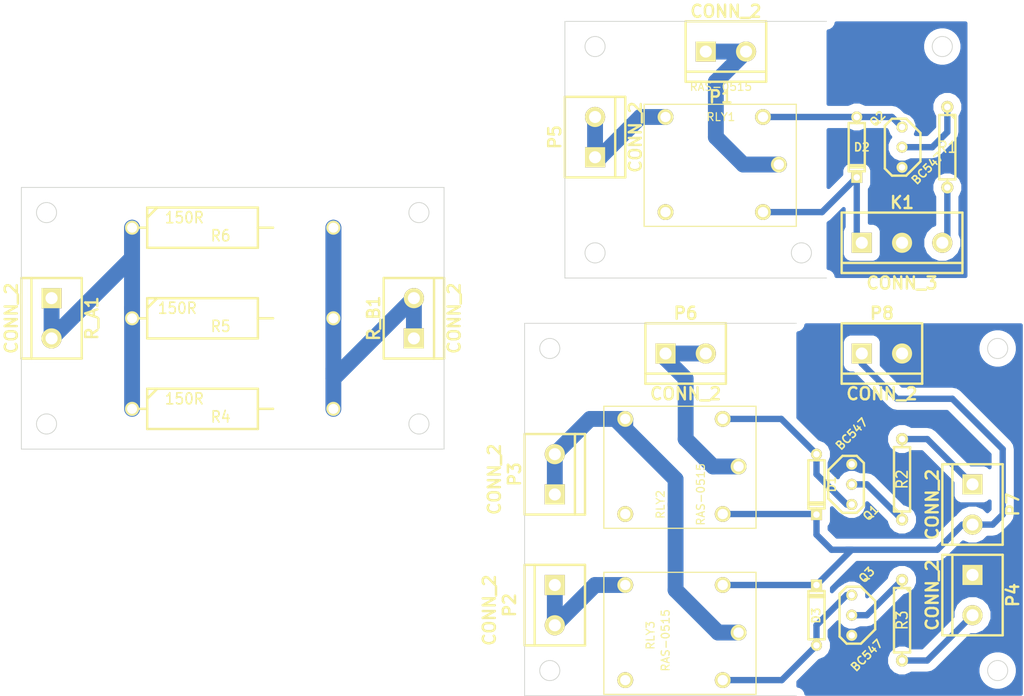
<source format=kicad_pcb>
(kicad_pcb (version 3) (host pcbnew "(2013-jul-07)-stable")

  (general
    (links 45)
    (no_connects 3)
    (area 34.5506 52.9656 166.7444 144.145001)
    (thickness 1.6)
    (drawings 22)
    (tracks 89)
    (zones 0)
    (modules 26)
    (nets 18)
  )

  (page A4 portrait)
  (title_block 
    (rev 1.1)
  )

  (layers
    (15 F.Cu signal)
    (0 B.Cu signal)
    (17 F.Adhes user)
    (19 F.Paste user)
    (21 F.SilkS user)
    (23 F.Mask user)
    (28 Edge.Cuts user)
  )

  (setup
    (last_trace_width 2)
    (trace_clearance 2)
    (zone_clearance 1)
    (zone_45_only no)
    (trace_min 0.254)
    (segment_width 0.2)
    (edge_width 0.1)
    (via_size 0.889)
    (via_drill 0.635)
    (via_min_size 0.889)
    (via_min_drill 0.508)
    (uvia_size 0.508)
    (uvia_drill 0.127)
    (uvias_allowed no)
    (uvia_min_size 0.508)
    (uvia_min_drill 0.127)
    (pcb_text_width 0.3)
    (pcb_text_size 1.5 1.5)
    (mod_edge_width 0.15)
    (mod_text_size 1 1)
    (mod_text_width 0.15)
    (pad_size 1.397 1.397)
    (pad_drill 0.8128)
    (pad_to_mask_clearance 0.2)
    (solder_mask_min_width 0.3)
    (aux_axis_origin 0 0)
    (visible_elements FFFFFFBF)
    (pcbplotparams
      (layerselection 10485761)
      (usegerberextensions false)
      (excludeedgelayer false)
      (linewidth 0.150000)
      (plotframeref false)
      (viasonmask false)
      (mode 1)
      (useauxorigin false)
      (hpglpennumber 1)
      (hpglpenspeed 20)
      (hpglpendiameter 15)
      (hpglpenoverlay 2)
      (psnegative false)
      (psa4output false)
      (plotreference true)
      (plotvalue true)
      (plotothertext true)
      (plotinvisibletext false)
      (padsonsilk false)
      (subtractmaskfromsilk false)
      (outputformat 5)
      (mirror false)
      (drillshape 0)
      (scaleselection 1)
      (outputdirectory output/))
  )

  (net 0 "")
  (net 1 /5V)
  (net 2 /EN_1)
  (net 3 /EN_2)
  (net 4 /EN_3)
  (net 5 /HOT)
  (net 6 /HOT_R)
  (net 7 /HOT_SOFT)
  (net 8 /L2)
  (net 9 GND)
  (net 10 N-0000010)
  (net 11 N-0000011)
  (net 12 N-0000012)
  (net 13 N-0000013)
  (net 14 N-0000018)
  (net 15 N-0000019)
  (net 16 N-000002)
  (net 17 N-000004)

  (net_class Default "This is the default net class."
    (clearance 2)
    (trace_width 2)
    (via_dia 0.889)
    (via_drill 0.635)
    (uvia_dia 0.508)
    (uvia_drill 0.127)
    (add_net "")
    (add_net /HOT)
    (add_net /HOT_R)
    (add_net /HOT_SOFT)
    (add_net /L2)
    (add_net N-0000011)
    (add_net N-0000012)
    (add_net N-0000013)
    (add_net N-0000018)
    (add_net N-0000019)
    (add_net N-000002)
    (add_net N-000004)
  )

  (net_class 5V ""
    (clearance 0.8)
    (trace_width 0.8)
    (via_dia 0.889)
    (via_drill 0.635)
    (uvia_dia 0.508)
    (uvia_drill 0.127)
    (add_net /5V)
    (add_net /EN_1)
    (add_net /EN_2)
    (add_net /EN_3)
    (add_net GND)
    (add_net N-0000010)
  )

  (module RAS-0515 (layer F.Cu) (tedit 53947180) (tstamp 5394498C)
    (at 120.015 69.215)
    (path /53943E62)
    (fp_text reference RLY1 (at 6.985 0) (layer F.SilkS)
      (effects (font (size 1 1) (thickness 0.15)))
    )
    (fp_text value RAS-0515 (at 6.985 -3.81) (layer F.SilkS)
      (effects (font (size 1 1) (thickness 0.15)))
    )
    (fp_line (start -2.7 -1.6) (end -2.7 13.8) (layer F.SilkS) (width 0.15))
    (fp_line (start -2.7 13.8) (end 16.5 13.8) (layer F.SilkS) (width 0.15))
    (fp_line (start -2.7 -1.6) (end 16.5 -1.6) (layer F.SilkS) (width 0.15))
    (fp_line (start 16.5 -1.6) (end 16.5 13.8) (layer F.SilkS) (width 0.15))
    (pad 4 thru_hole circle (at 0 12) (size 2 2) (drill 1.3)
      (layers *.Cu *.Mask F.SilkS)
    )
    (pad 5 thru_hole circle (at 12.3 12) (size 2 2) (drill 1.3)
      (layers *.Cu *.Mask F.SilkS)
      (net 1 /5V)
    )
    (pad 3 thru_hole circle (at 0 0) (size 2 2) (drill 1.3)
      (layers *.Cu *.Mask F.SilkS)
      (net 8 /L2)
    )
    (pad 1 thru_hole circle (at 14.3 6) (size 2 2) (drill 1.3)
      (layers *.Cu *.Mask F.SilkS)
      (net 5 /HOT)
    )
    (pad 2 thru_hole circle (at 12.3 0) (size 2 2) (drill 1.3)
      (layers *.Cu *.Mask F.SilkS)
      (net 10 N-0000010)
    )
  )

  (module R4 (layer F.Cu) (tedit 53FC9391) (tstamp 53944140)
    (at 155.575 73.025 270)
    (descr "Resitance 4 pas")
    (tags R)
    (path /53944164)
    (autoplace_cost180 10)
    (fp_text reference R1 (at 0 0 360) (layer F.SilkS)
      (effects (font (size 1.397 1.27) (thickness 0.2032)))
    )
    (fp_text value R (at 0 0 270) (layer F.SilkS) hide
      (effects (font (size 1.397 1.27) (thickness 0.2032)))
    )
    (fp_line (start -5.08 0) (end -4.064 0) (layer F.SilkS) (width 0.3048))
    (fp_line (start -4.064 0) (end -4.064 -1.016) (layer F.SilkS) (width 0.3048))
    (fp_line (start -4.064 -1.016) (end 4.064 -1.016) (layer F.SilkS) (width 0.3048))
    (fp_line (start 4.064 -1.016) (end 4.064 1.016) (layer F.SilkS) (width 0.3048))
    (fp_line (start 4.064 1.016) (end -4.064 1.016) (layer F.SilkS) (width 0.3048))
    (fp_line (start -4.064 1.016) (end -4.064 0) (layer F.SilkS) (width 0.3048))
    (fp_line (start -4.064 -0.508) (end -3.556 -1.016) (layer F.SilkS) (width 0.3048))
    (fp_line (start 5.08 0) (end 4.064 0) (layer F.SilkS) (width 0.3048))
    (pad 1 thru_hole circle (at -5.08 0 270) (size 1.524 1.524) (drill 0.8128)
      (layers *.Cu *.Mask F.SilkS)
      (net 11 N-0000011)
    )
    (pad 2 thru_hole circle (at 5.08 0 270) (size 1.524 1.524) (drill 0.8128)
      (layers *.Cu *.Mask F.SilkS)
      (net 2 /EN_1)
    )
    (model discret/resistor.wrl
      (at (xyz 0 0 0))
      (scale (xyz 0.4 0.4 0.4))
      (rotate (xyz 0 0 0))
    )
  )

  (module R4 (layer F.Cu) (tedit 53FC8940) (tstamp 5394414E)
    (at 149.86 114.935 90)
    (descr "Resitance 4 pas")
    (tags R)
    (path /53944171)
    (autoplace_cost180 10)
    (fp_text reference R2 (at 0 0 90) (layer F.SilkS)
      (effects (font (size 1.397 1.27) (thickness 0.2032)))
    )
    (fp_text value R (at 0 0 90) (layer F.SilkS) hide
      (effects (font (size 1.397 1.27) (thickness 0.2032)))
    )
    (fp_line (start -5.08 0) (end -4.064 0) (layer F.SilkS) (width 0.3048))
    (fp_line (start -4.064 0) (end -4.064 -1.016) (layer F.SilkS) (width 0.3048))
    (fp_line (start -4.064 -1.016) (end 4.064 -1.016) (layer F.SilkS) (width 0.3048))
    (fp_line (start 4.064 -1.016) (end 4.064 1.016) (layer F.SilkS) (width 0.3048))
    (fp_line (start 4.064 1.016) (end -4.064 1.016) (layer F.SilkS) (width 0.3048))
    (fp_line (start -4.064 1.016) (end -4.064 0) (layer F.SilkS) (width 0.3048))
    (fp_line (start -4.064 -0.508) (end -3.556 -1.016) (layer F.SilkS) (width 0.3048))
    (fp_line (start 5.08 0) (end 4.064 0) (layer F.SilkS) (width 0.3048))
    (pad 1 thru_hole circle (at -5.08 0 90) (size 1.524 1.524) (drill 0.8128)
      (layers *.Cu *.Mask F.SilkS)
      (net 16 N-000002)
    )
    (pad 2 thru_hole circle (at 5.08 0 90) (size 1.524 1.524) (drill 0.8128)
      (layers *.Cu *.Mask F.SilkS)
      (net 3 /EN_2)
    )
    (model discret/resistor.wrl
      (at (xyz 0 0 0))
      (scale (xyz 0.4 0.4 0.4))
      (rotate (xyz 0 0 0))
    )
  )

  (module D3 (layer F.Cu) (tedit 53FC936F) (tstamp 5394416A)
    (at 144.145 73.025 270)
    (descr "Diode 3 pas")
    (tags "DIODE DEV")
    (path /53943E9A)
    (fp_text reference D2 (at 0 -0.635 360) (layer F.SilkS)
      (effects (font (size 1.016 1.016) (thickness 0.2032)))
    )
    (fp_text value DIODE (at 0 0 270) (layer F.SilkS) hide
      (effects (font (size 1.016 1.016) (thickness 0.2032)))
    )
    (fp_line (start 3.81 0) (end 3.048 0) (layer F.SilkS) (width 0.3048))
    (fp_line (start 3.048 0) (end 3.048 -1.016) (layer F.SilkS) (width 0.3048))
    (fp_line (start 3.048 -1.016) (end -3.048 -1.016) (layer F.SilkS) (width 0.3048))
    (fp_line (start -3.048 -1.016) (end -3.048 0) (layer F.SilkS) (width 0.3048))
    (fp_line (start -3.048 0) (end -3.81 0) (layer F.SilkS) (width 0.3048))
    (fp_line (start -3.048 0) (end -3.048 1.016) (layer F.SilkS) (width 0.3048))
    (fp_line (start -3.048 1.016) (end 3.048 1.016) (layer F.SilkS) (width 0.3048))
    (fp_line (start 3.048 1.016) (end 3.048 0) (layer F.SilkS) (width 0.3048))
    (fp_line (start 2.54 -1.016) (end 2.54 1.016) (layer F.SilkS) (width 0.3048))
    (fp_line (start 2.286 1.016) (end 2.286 -1.016) (layer F.SilkS) (width 0.3048))
    (pad 2 thru_hole rect (at 3.81 0 270) (size 1.397 1.397) (drill 0.8128)
      (layers *.Cu *.Mask F.SilkS)
      (net 1 /5V)
    )
    (pad 1 thru_hole circle (at -3.81 0 270) (size 1.397 1.397) (drill 0.8128)
      (layers *.Cu *.Mask F.SilkS)
      (net 10 N-0000010)
    )
    (model discret/diode.wrl
      (at (xyz 0 0 0))
      (scale (xyz 0.3 0.3 0.3))
      (rotate (xyz 0 0 0))
    )
  )

  (module D3 (layer F.Cu) (tedit 5394481B) (tstamp 5394417A)
    (at 139.065 115.57 270)
    (descr "Diode 3 pas")
    (tags "DIODE DEV")
    (path /53943EA7)
    (fp_text reference D1 (at 0 -1.905 270) (layer F.SilkS)
      (effects (font (size 1.016 1.016) (thickness 0.2032)))
    )
    (fp_text value DIODE (at 0 0 270) (layer F.SilkS) hide
      (effects (font (size 1.016 1.016) (thickness 0.2032)))
    )
    (fp_line (start 3.81 0) (end 3.048 0) (layer F.SilkS) (width 0.3048))
    (fp_line (start 3.048 0) (end 3.048 -1.016) (layer F.SilkS) (width 0.3048))
    (fp_line (start 3.048 -1.016) (end -3.048 -1.016) (layer F.SilkS) (width 0.3048))
    (fp_line (start -3.048 -1.016) (end -3.048 0) (layer F.SilkS) (width 0.3048))
    (fp_line (start -3.048 0) (end -3.81 0) (layer F.SilkS) (width 0.3048))
    (fp_line (start -3.048 0) (end -3.048 1.016) (layer F.SilkS) (width 0.3048))
    (fp_line (start -3.048 1.016) (end 3.048 1.016) (layer F.SilkS) (width 0.3048))
    (fp_line (start 3.048 1.016) (end 3.048 0) (layer F.SilkS) (width 0.3048))
    (fp_line (start 2.54 -1.016) (end 2.54 1.016) (layer F.SilkS) (width 0.3048))
    (fp_line (start 2.286 1.016) (end 2.286 -1.016) (layer F.SilkS) (width 0.3048))
    (pad 2 thru_hole rect (at 3.81 0 270) (size 1.397 1.397) (drill 0.8128)
      (layers *.Cu *.Mask F.SilkS)
      (net 1 /5V)
    )
    (pad 1 thru_hole circle (at -3.81 0 270) (size 1.397 1.397) (drill 0.8128)
      (layers *.Cu *.Mask F.SilkS)
      (net 14 N-0000018)
    )
    (model discret/diode.wrl
      (at (xyz 0 0 0))
      (scale (xyz 0.3 0.3 0.3))
      (rotate (xyz 0 0 0))
    )
  )

  (module bornier2 (layer F.Cu) (tedit 5394719C) (tstamp 53944185)
    (at 127.635 60.96)
    (descr "Bornier d'alimentation 2 pins")
    (tags DEV)
    (path /539443E8)
    (fp_text reference P1 (at -0.635 5.715) (layer F.SilkS)
      (effects (font (size 1.524 1.524) (thickness 0.3048)))
    )
    (fp_text value CONN_2 (at 0 -5.08) (layer F.SilkS)
      (effects (font (size 1.524 1.524) (thickness 0.3048)))
    )
    (fp_line (start 5.08 2.54) (end -5.08 2.54) (layer F.SilkS) (width 0.3048))
    (fp_line (start 5.08 3.81) (end 5.08 -3.81) (layer F.SilkS) (width 0.3048))
    (fp_line (start 5.08 -3.81) (end -5.08 -3.81) (layer F.SilkS) (width 0.3048))
    (fp_line (start -5.08 -3.81) (end -5.08 3.81) (layer F.SilkS) (width 0.3048))
    (fp_line (start -5.08 3.81) (end 5.08 3.81) (layer F.SilkS) (width 0.3048))
    (pad 1 thru_hole rect (at -2.54 0) (size 2.54 2.54) (drill 1.524)
      (layers *.Cu *.Mask F.SilkS)
      (net 5 /HOT)
    )
    (pad 2 thru_hole circle (at 2.54 0) (size 2.54 2.54) (drill 1.524)
      (layers *.Cu *.Mask F.SilkS)
      (net 5 /HOT)
    )
    (model device/bornier_2.wrl
      (at (xyz 0 0 0))
      (scale (xyz 1 1 1))
      (rotate (xyz 0 0 0))
    )
  )

  (module bornier2 (layer F.Cu) (tedit 53FC94CD) (tstamp 53944190)
    (at 106.045 130.81 270)
    (descr "Bornier d'alimentation 2 pins")
    (tags DEV)
    (path /53944432)
    (fp_text reference P2 (at 0 5.715 270) (layer F.SilkS)
      (effects (font (size 1.524 1.524) (thickness 0.3048)))
    )
    (fp_text value CONN_2 (at 0.635 8.255 270) (layer F.SilkS)
      (effects (font (size 1.524 1.524) (thickness 0.3048)))
    )
    (fp_line (start 5.08 2.54) (end -5.08 2.54) (layer F.SilkS) (width 0.3048))
    (fp_line (start 5.08 3.81) (end 5.08 -3.81) (layer F.SilkS) (width 0.3048))
    (fp_line (start 5.08 -3.81) (end -5.08 -3.81) (layer F.SilkS) (width 0.3048))
    (fp_line (start -5.08 -3.81) (end -5.08 3.81) (layer F.SilkS) (width 0.3048))
    (fp_line (start -5.08 3.81) (end 5.08 3.81) (layer F.SilkS) (width 0.3048))
    (pad 1 thru_hole rect (at -2.54 0 270) (size 2.54 2.54) (drill 1.524)
      (layers *.Cu *.Mask F.SilkS)
      (net 7 /HOT_SOFT)
    )
    (pad 2 thru_hole circle (at 2.54 0 270) (size 2.54 2.54) (drill 1.524)
      (layers *.Cu *.Mask F.SilkS)
      (net 7 /HOT_SOFT)
    )
    (model device/bornier_2.wrl
      (at (xyz 0 0 0))
      (scale (xyz 1 1 1))
      (rotate (xyz 0 0 0))
    )
  )

  (module bornier2 (layer F.Cu) (tedit 53FC94CB) (tstamp 5394419B)
    (at 106.045 114.3 90)
    (descr "Bornier d'alimentation 2 pins")
    (tags DEV)
    (path /539444AC)
    (fp_text reference P3 (at 0 -5.08 90) (layer F.SilkS)
      (effects (font (size 1.524 1.524) (thickness 0.3048)))
    )
    (fp_text value CONN_2 (at -0.635 -7.62 90) (layer F.SilkS)
      (effects (font (size 1.524 1.524) (thickness 0.3048)))
    )
    (fp_line (start 5.08 2.54) (end -5.08 2.54) (layer F.SilkS) (width 0.3048))
    (fp_line (start 5.08 3.81) (end 5.08 -3.81) (layer F.SilkS) (width 0.3048))
    (fp_line (start 5.08 -3.81) (end -5.08 -3.81) (layer F.SilkS) (width 0.3048))
    (fp_line (start -5.08 -3.81) (end -5.08 3.81) (layer F.SilkS) (width 0.3048))
    (fp_line (start -5.08 3.81) (end 5.08 3.81) (layer F.SilkS) (width 0.3048))
    (pad 1 thru_hole rect (at -2.54 0 90) (size 2.54 2.54) (drill 1.524)
      (layers *.Cu *.Mask F.SilkS)
      (net 6 /HOT_R)
    )
    (pad 2 thru_hole circle (at 2.54 0 90) (size 2.54 2.54) (drill 1.524)
      (layers *.Cu *.Mask F.SilkS)
      (net 6 /HOT_R)
    )
    (model device/bornier_2.wrl
      (at (xyz 0 0 0))
      (scale (xyz 1 1 1))
      (rotate (xyz 0 0 0))
    )
  )

  (module TO92-123 (layer F.Cu) (tedit 53FC94D9) (tstamp 53944123)
    (at 144.145 115.57 45)
    (descr "Transistor TO92 brochage type BC237")
    (tags "TR TO92")
    (path /53943EBF)
    (fp_text reference Q1 (at -1.27 3.81 45) (layer F.SilkS)
      (effects (font (size 1.016 1.016) (thickness 0.2032)))
    )
    (fp_text value BC547 (at 4.041115 -4.939141 45) (layer F.SilkS)
      (effects (font (size 1.016 1.016) (thickness 0.2032)))
    )
    (fp_line (start -1.27 2.54) (end 2.54 -1.27) (layer F.SilkS) (width 0.3048))
    (fp_line (start 2.54 -1.27) (end 2.54 -2.54) (layer F.SilkS) (width 0.3048))
    (fp_line (start 2.54 -2.54) (end 1.27 -3.81) (layer F.SilkS) (width 0.3048))
    (fp_line (start 1.27 -3.81) (end -1.27 -3.81) (layer F.SilkS) (width 0.3048))
    (fp_line (start -1.27 -3.81) (end -3.81 -1.27) (layer F.SilkS) (width 0.3048))
    (fp_line (start -3.81 -1.27) (end -3.81 1.27) (layer F.SilkS) (width 0.3048))
    (fp_line (start -3.81 1.27) (end -2.54 2.54) (layer F.SilkS) (width 0.3048))
    (fp_line (start -2.54 2.54) (end -1.27 2.54) (layer F.SilkS) (width 0.3048))
    (pad 3 thru_hole circle (at 1.347038 -2.245064 45) (size 1.397 1.397) (drill 0.8128)
      (layers *.Cu *.Mask F.SilkS)
      (net 9 GND)
    )
    (pad 2 thru_hole circle (at -0.449013 -0.449013 45) (size 1.397 1.397) (drill 0.8128)
      (layers *.Cu *.Mask F.SilkS)
      (net 16 N-000002)
    )
    (pad 1 thru_hole circle (at -2.245064 1.347038 45) (size 1.397 1.397) (drill 0.8128)
      (layers *.Cu *.Mask F.SilkS)
      (net 14 N-0000018)
    )
    (model discret/to98.wrl
      (at (xyz 0 0 0))
      (scale (xyz 1 1 1))
      (rotate (xyz 0 0 0))
    )
  )

  (module TO92-123 (layer F.Cu) (tedit 53FC92E2) (tstamp 53944132)
    (at 148.59 73.025 225)
    (descr "Transistor TO92 brochage type BC237")
    (tags "TR TO92")
    (path /53943ECC)
    (fp_text reference Q2 (at -1.27 3.81 225) (layer F.SilkS)
      (effects (font (size 1.016 1.016) (thickness 0.2032)))
    )
    (fp_text value BC547 (at -1.27 -5.08 225) (layer F.SilkS)
      (effects (font (size 1.016 1.016) (thickness 0.2032)))
    )
    (fp_line (start -1.27 2.54) (end 2.54 -1.27) (layer F.SilkS) (width 0.3048))
    (fp_line (start 2.54 -1.27) (end 2.54 -2.54) (layer F.SilkS) (width 0.3048))
    (fp_line (start 2.54 -2.54) (end 1.27 -3.81) (layer F.SilkS) (width 0.3048))
    (fp_line (start 1.27 -3.81) (end -1.27 -3.81) (layer F.SilkS) (width 0.3048))
    (fp_line (start -1.27 -3.81) (end -3.81 -1.27) (layer F.SilkS) (width 0.3048))
    (fp_line (start -3.81 -1.27) (end -3.81 1.27) (layer F.SilkS) (width 0.3048))
    (fp_line (start -3.81 1.27) (end -2.54 2.54) (layer F.SilkS) (width 0.3048))
    (fp_line (start -2.54 2.54) (end -1.27 2.54) (layer F.SilkS) (width 0.3048))
    (pad 3 thru_hole circle (at 0.898025 -2.694077 225) (size 1.397 1.397) (drill 0.8128)
      (layers *.Cu *.Mask F.SilkS)
      (net 9 GND)
    )
    (pad 2 thru_hole circle (at -0.898026 -0.898026 225) (size 1.397 1.397) (drill 0.8128)
      (layers *.Cu *.Mask F.SilkS)
      (net 11 N-0000011)
    )
    (pad 1 thru_hole circle (at -2.694077 0.898026 225) (size 1.397 1.397) (drill 0.8128)
      (layers *.Cu *.Mask F.SilkS)
      (net 10 N-0000010)
    )
    (model discret/to98.wrl
      (at (xyz 0 0 0))
      (scale (xyz 1 1 1))
      (rotate (xyz 0 0 0))
    )
  )

  (module RAS-0515 (layer F.Cu) (tedit 53FC94BD) (tstamp 53946F41)
    (at 114.935 107.315)
    (path /53943E92)
    (fp_text reference RLY2 (at 4.445 10.795 90) (layer F.SilkS)
      (effects (font (size 1 1) (thickness 0.15)))
    )
    (fp_text value RAS-0515 (at 9.525 9.525 90) (layer F.SilkS)
      (effects (font (size 1 1) (thickness 0.15)))
    )
    (fp_line (start -2.7 -1.6) (end -2.7 13.8) (layer F.SilkS) (width 0.15))
    (fp_line (start -2.7 13.8) (end 16.5 13.8) (layer F.SilkS) (width 0.15))
    (fp_line (start -2.7 -1.6) (end 16.5 -1.6) (layer F.SilkS) (width 0.15))
    (fp_line (start 16.5 -1.6) (end 16.5 13.8) (layer F.SilkS) (width 0.15))
    (pad 4 thru_hole circle (at 0 12) (size 2 2) (drill 1.3)
      (layers *.Cu *.Mask F.SilkS)
    )
    (pad 5 thru_hole circle (at 12.3 12) (size 2 2) (drill 1.3)
      (layers *.Cu *.Mask F.SilkS)
      (net 1 /5V)
    )
    (pad 3 thru_hole circle (at 0 0) (size 2 2) (drill 1.3)
      (layers *.Cu *.Mask F.SilkS)
      (net 6 /HOT_R)
    )
    (pad 1 thru_hole circle (at 14.3 6) (size 2 2) (drill 1.3)
      (layers *.Cu *.Mask F.SilkS)
      (net 8 /L2)
    )
    (pad 2 thru_hole circle (at 12.3 0) (size 2 2) (drill 1.3)
      (layers *.Cu *.Mask F.SilkS)
      (net 14 N-0000018)
    )
  )

  (module TO92 (layer F.Cu) (tedit 53FC94DE) (tstamp 53FC75C0)
    (at 142.875 132.08 225)
    (descr "Transistor TO92 brochage type BC237")
    (tags "TR TO92")
    (path /53FC730E)
    (fp_text reference Q3 (at -5.388154 1.796051 225) (layer F.SilkS)
      (effects (font (size 1.016 1.016) (thickness 0.2032)))
    )
    (fp_text value BC547 (at 1.796051 -5.388154 225) (layer F.SilkS)
      (effects (font (size 1.016 1.016) (thickness 0.2032)))
    )
    (fp_line (start -1.27 2.54) (end 2.54 -1.27) (layer F.SilkS) (width 0.3048))
    (fp_line (start 2.54 -1.27) (end 2.54 -2.54) (layer F.SilkS) (width 0.3048))
    (fp_line (start 2.54 -2.54) (end 1.27 -3.81) (layer F.SilkS) (width 0.3048))
    (fp_line (start 1.27 -3.81) (end -1.27 -3.81) (layer F.SilkS) (width 0.3048))
    (fp_line (start -1.27 -3.81) (end -3.81 -1.27) (layer F.SilkS) (width 0.3048))
    (fp_line (start -3.81 -1.27) (end -3.81 1.27) (layer F.SilkS) (width 0.3048))
    (fp_line (start -3.81 1.27) (end -2.54 2.54) (layer F.SilkS) (width 0.3048))
    (fp_line (start -2.54 2.54) (end -1.27 2.54) (layer F.SilkS) (width 0.3048))
    (pad 1 thru_hole circle (at -2.245064 1.347038 225) (size 1.397 1.397) (drill 0.8128)
      (layers *.Cu *.Mask F.SilkS)
      (net 15 N-0000019)
    )
    (pad 2 thru_hole circle (at -0.449013 -0.449013 225) (size 1.397 1.397) (drill 0.8128)
      (layers *.Cu *.Mask F.SilkS)
      (net 17 N-000004)
    )
    (pad 3 thru_hole circle (at 1.347039 -2.245064 225) (size 1.397 1.397) (drill 0.8128)
      (layers *.Cu *.Mask F.SilkS)
      (net 9 GND)
    )
    (model discret/to98.wrl
      (at (xyz 0 0 0))
      (scale (xyz 1 1 1))
      (rotate (xyz 0 0 0))
    )
  )

  (module RAS-0515 (layer F.Cu) (tedit 53FC94C1) (tstamp 53FC75CD)
    (at 114.935 128.27)
    (path /53FC72FF)
    (fp_text reference RLY3 (at 3.175 6.35 90) (layer F.SilkS)
      (effects (font (size 1 1) (thickness 0.15)))
    )
    (fp_text value RAS-0515 (at 5.08 6.985 90) (layer F.SilkS)
      (effects (font (size 1 1) (thickness 0.15)))
    )
    (fp_line (start -2.7 -1.6) (end -2.7 13.8) (layer F.SilkS) (width 0.15))
    (fp_line (start -2.7 13.8) (end 16.5 13.8) (layer F.SilkS) (width 0.15))
    (fp_line (start -2.7 -1.6) (end 16.5 -1.6) (layer F.SilkS) (width 0.15))
    (fp_line (start 16.5 -1.6) (end 16.5 13.8) (layer F.SilkS) (width 0.15))
    (pad 4 thru_hole circle (at 0 12) (size 2 2) (drill 1.3)
      (layers *.Cu *.Mask F.SilkS)
    )
    (pad 5 thru_hole circle (at 12.3 12) (size 2 2) (drill 1.3)
      (layers *.Cu *.Mask F.SilkS)
      (net 15 N-0000019)
    )
    (pad 3 thru_hole circle (at 0 0) (size 2 2) (drill 1.3)
      (layers *.Cu *.Mask F.SilkS)
      (net 7 /HOT_SOFT)
    )
    (pad 1 thru_hole circle (at 14.3 6) (size 2 2) (drill 1.3)
      (layers *.Cu *.Mask F.SilkS)
      (net 6 /HOT_R)
    )
    (pad 2 thru_hole circle (at 12.3 0) (size 2 2) (drill 1.3)
      (layers *.Cu *.Mask F.SilkS)
      (net 1 /5V)
    )
  )

  (module R4 (layer F.Cu) (tedit 200000) (tstamp 53FC75DB)
    (at 149.86 132.715 270)
    (descr "Resitance 4 pas")
    (tags R)
    (path /53FC7320)
    (autoplace_cost180 10)
    (fp_text reference R3 (at 0 0 270) (layer F.SilkS)
      (effects (font (size 1.397 1.27) (thickness 0.2032)))
    )
    (fp_text value R (at 0 0 270) (layer F.SilkS) hide
      (effects (font (size 1.397 1.27) (thickness 0.2032)))
    )
    (fp_line (start -5.08 0) (end -4.064 0) (layer F.SilkS) (width 0.3048))
    (fp_line (start -4.064 0) (end -4.064 -1.016) (layer F.SilkS) (width 0.3048))
    (fp_line (start -4.064 -1.016) (end 4.064 -1.016) (layer F.SilkS) (width 0.3048))
    (fp_line (start 4.064 -1.016) (end 4.064 1.016) (layer F.SilkS) (width 0.3048))
    (fp_line (start 4.064 1.016) (end -4.064 1.016) (layer F.SilkS) (width 0.3048))
    (fp_line (start -4.064 1.016) (end -4.064 0) (layer F.SilkS) (width 0.3048))
    (fp_line (start -4.064 -0.508) (end -3.556 -1.016) (layer F.SilkS) (width 0.3048))
    (fp_line (start 5.08 0) (end 4.064 0) (layer F.SilkS) (width 0.3048))
    (pad 1 thru_hole circle (at -5.08 0 270) (size 1.524 1.524) (drill 0.8128)
      (layers *.Cu *.Mask F.SilkS)
      (net 17 N-000004)
    )
    (pad 2 thru_hole circle (at 5.08 0 270) (size 1.524 1.524) (drill 0.8128)
      (layers *.Cu *.Mask F.SilkS)
      (net 4 /EN_3)
    )
    (model discret/resistor.wrl
      (at (xyz 0 0 0))
      (scale (xyz 0.4 0.4 0.4))
      (rotate (xyz 0 0 0))
    )
  )

  (module D3 (layer F.Cu) (tedit 53FC7779) (tstamp 53FC75EB)
    (at 139.065 132.08 90)
    (descr "Diode 3 pas")
    (tags "DIODE DEV")
    (path /53FC7305)
    (fp_text reference D3 (at -0.050001 -0.055001 90) (layer F.SilkS)
      (effects (font (size 1.016 1.016) (thickness 0.2032)))
    )
    (fp_text value DIODE (at 0 0 90) (layer F.SilkS) hide
      (effects (font (size 1.016 1.016) (thickness 0.2032)))
    )
    (fp_line (start 3.81 0) (end 3.048 0) (layer F.SilkS) (width 0.3048))
    (fp_line (start 3.048 0) (end 3.048 -1.016) (layer F.SilkS) (width 0.3048))
    (fp_line (start 3.048 -1.016) (end -3.048 -1.016) (layer F.SilkS) (width 0.3048))
    (fp_line (start -3.048 -1.016) (end -3.048 0) (layer F.SilkS) (width 0.3048))
    (fp_line (start -3.048 0) (end -3.81 0) (layer F.SilkS) (width 0.3048))
    (fp_line (start -3.048 0) (end -3.048 1.016) (layer F.SilkS) (width 0.3048))
    (fp_line (start -3.048 1.016) (end 3.048 1.016) (layer F.SilkS) (width 0.3048))
    (fp_line (start 3.048 1.016) (end 3.048 0) (layer F.SilkS) (width 0.3048))
    (fp_line (start 2.54 -1.016) (end 2.54 1.016) (layer F.SilkS) (width 0.3048))
    (fp_line (start 2.286 1.016) (end 2.286 -1.016) (layer F.SilkS) (width 0.3048))
    (pad 2 thru_hole rect (at 3.81 0 90) (size 1.397 1.397) (drill 0.8128)
      (layers *.Cu *.Mask F.SilkS)
      (net 1 /5V)
    )
    (pad 1 thru_hole circle (at -3.81 0 90) (size 1.397 1.397) (drill 0.8128)
      (layers *.Cu *.Mask F.SilkS)
      (net 15 N-0000019)
    )
    (model discret/diode.wrl
      (at (xyz 0 0 0))
      (scale (xyz 0.3 0.3 0.3))
      (rotate (xyz 0 0 0))
    )
  )

  (module bornier2 (layer F.Cu) (tedit 3EC0ED69) (tstamp 53FC7602)
    (at 111.125 71.755 90)
    (descr "Bornier d'alimentation 2 pins")
    (tags DEV)
    (path /53FC7934)
    (fp_text reference P5 (at 0 -5.08 90) (layer F.SilkS)
      (effects (font (size 1.524 1.524) (thickness 0.3048)))
    )
    (fp_text value CONN_2 (at 0 5.08 90) (layer F.SilkS)
      (effects (font (size 1.524 1.524) (thickness 0.3048)))
    )
    (fp_line (start 5.08 2.54) (end -5.08 2.54) (layer F.SilkS) (width 0.3048))
    (fp_line (start 5.08 3.81) (end 5.08 -3.81) (layer F.SilkS) (width 0.3048))
    (fp_line (start 5.08 -3.81) (end -5.08 -3.81) (layer F.SilkS) (width 0.3048))
    (fp_line (start -5.08 -3.81) (end -5.08 3.81) (layer F.SilkS) (width 0.3048))
    (fp_line (start -5.08 3.81) (end 5.08 3.81) (layer F.SilkS) (width 0.3048))
    (pad 1 thru_hole rect (at -2.54 0 90) (size 2.54 2.54) (drill 1.524)
      (layers *.Cu *.Mask F.SilkS)
      (net 8 /L2)
    )
    (pad 2 thru_hole circle (at 2.54 0 90) (size 2.54 2.54) (drill 1.524)
      (layers *.Cu *.Mask F.SilkS)
      (net 8 /L2)
    )
    (model device/bornier_2.wrl
      (at (xyz 0 0 0))
      (scale (xyz 1 1 1))
      (rotate (xyz 0 0 0))
    )
  )

  (module bornier2 (layer F.Cu) (tedit 3EC0ED69) (tstamp 53FC7ABE)
    (at 122.555 99.06)
    (descr "Bornier d'alimentation 2 pins")
    (tags DEV)
    (path /53FC7BD8)
    (fp_text reference P6 (at 0 -5.08) (layer F.SilkS)
      (effects (font (size 1.524 1.524) (thickness 0.3048)))
    )
    (fp_text value CONN_2 (at 0 5.08) (layer F.SilkS)
      (effects (font (size 1.524 1.524) (thickness 0.3048)))
    )
    (fp_line (start 5.08 2.54) (end -5.08 2.54) (layer F.SilkS) (width 0.3048))
    (fp_line (start 5.08 3.81) (end 5.08 -3.81) (layer F.SilkS) (width 0.3048))
    (fp_line (start 5.08 -3.81) (end -5.08 -3.81) (layer F.SilkS) (width 0.3048))
    (fp_line (start -5.08 -3.81) (end -5.08 3.81) (layer F.SilkS) (width 0.3048))
    (fp_line (start -5.08 3.81) (end 5.08 3.81) (layer F.SilkS) (width 0.3048))
    (pad 1 thru_hole rect (at -2.54 0) (size 2.54 2.54) (drill 1.524)
      (layers *.Cu *.Mask F.SilkS)
      (net 8 /L2)
    )
    (pad 2 thru_hole circle (at 2.54 0) (size 2.54 2.54) (drill 1.524)
      (layers *.Cu *.Mask F.SilkS)
      (net 8 /L2)
    )
    (model device/bornier_2.wrl
      (at (xyz 0 0 0))
      (scale (xyz 1 1 1))
      (rotate (xyz 0 0 0))
    )
  )

  (module bornier2 (layer F.Cu) (tedit 3EC0ED69) (tstamp 53FC9031)
    (at 147.32 99.06)
    (descr "Bornier d'alimentation 2 pins")
    (tags DEV)
    (path /53FC8FAD)
    (fp_text reference P8 (at 0 -5.08) (layer F.SilkS)
      (effects (font (size 1.524 1.524) (thickness 0.3048)))
    )
    (fp_text value CONN_2 (at 0 5.08) (layer F.SilkS)
      (effects (font (size 1.524 1.524) (thickness 0.3048)))
    )
    (fp_line (start 5.08 2.54) (end -5.08 2.54) (layer F.SilkS) (width 0.3048))
    (fp_line (start 5.08 3.81) (end 5.08 -3.81) (layer F.SilkS) (width 0.3048))
    (fp_line (start 5.08 -3.81) (end -5.08 -3.81) (layer F.SilkS) (width 0.3048))
    (fp_line (start -5.08 -3.81) (end -5.08 3.81) (layer F.SilkS) (width 0.3048))
    (fp_line (start -5.08 3.81) (end 5.08 3.81) (layer F.SilkS) (width 0.3048))
    (pad 1 thru_hole rect (at -2.54 0) (size 2.54 2.54) (drill 1.524)
      (layers *.Cu *.Mask F.SilkS)
      (net 1 /5V)
    )
    (pad 2 thru_hole circle (at 2.54 0) (size 2.54 2.54) (drill 1.524)
      (layers *.Cu *.Mask F.SilkS)
      (net 9 GND)
    )
    (model device/bornier_2.wrl
      (at (xyz 0 0 0))
      (scale (xyz 1 1 1))
      (rotate (xyz 0 0 0))
    )
  )

  (module bornier2 (layer F.Cu) (tedit 3EC0ED69) (tstamp 53FC903C)
    (at 158.75 118.11 270)
    (descr "Bornier d'alimentation 2 pins")
    (tags DEV)
    (path /53FC90C1)
    (fp_text reference P7 (at 0 -5.08 270) (layer F.SilkS)
      (effects (font (size 1.524 1.524) (thickness 0.3048)))
    )
    (fp_text value CONN_2 (at 0 5.08 270) (layer F.SilkS)
      (effects (font (size 1.524 1.524) (thickness 0.3048)))
    )
    (fp_line (start 5.08 2.54) (end -5.08 2.54) (layer F.SilkS) (width 0.3048))
    (fp_line (start 5.08 3.81) (end 5.08 -3.81) (layer F.SilkS) (width 0.3048))
    (fp_line (start 5.08 -3.81) (end -5.08 -3.81) (layer F.SilkS) (width 0.3048))
    (fp_line (start -5.08 -3.81) (end -5.08 3.81) (layer F.SilkS) (width 0.3048))
    (fp_line (start -5.08 3.81) (end 5.08 3.81) (layer F.SilkS) (width 0.3048))
    (pad 1 thru_hole rect (at -2.54 0 270) (size 2.54 2.54) (drill 1.524)
      (layers *.Cu *.Mask F.SilkS)
      (net 3 /EN_2)
    )
    (pad 2 thru_hole circle (at 2.54 0 270) (size 2.54 2.54) (drill 1.524)
      (layers *.Cu *.Mask F.SilkS)
      (net 1 /5V)
    )
    (model device/bornier_2.wrl
      (at (xyz 0 0 0))
      (scale (xyz 1 1 1))
      (rotate (xyz 0 0 0))
    )
  )

  (module bornier2 (layer F.Cu) (tedit 3EC0ED69) (tstamp 5394415A)
    (at 158.75 129.54 270)
    (descr "Bornier d'alimentation 2 pins")
    (tags DEV)
    (path /53FC7829)
    (fp_text reference P4 (at 0 -5.08 270) (layer F.SilkS)
      (effects (font (size 1.524 1.524) (thickness 0.3048)))
    )
    (fp_text value CONN_2 (at 0 5.08 270) (layer F.SilkS)
      (effects (font (size 1.524 1.524) (thickness 0.3048)))
    )
    (fp_line (start 5.08 2.54) (end -5.08 2.54) (layer F.SilkS) (width 0.3048))
    (fp_line (start 5.08 3.81) (end 5.08 -3.81) (layer F.SilkS) (width 0.3048))
    (fp_line (start 5.08 -3.81) (end -5.08 -3.81) (layer F.SilkS) (width 0.3048))
    (fp_line (start -5.08 -3.81) (end -5.08 3.81) (layer F.SilkS) (width 0.3048))
    (fp_line (start -5.08 3.81) (end 5.08 3.81) (layer F.SilkS) (width 0.3048))
    (pad 1 thru_hole rect (at -2.54 0 270) (size 2.54 2.54) (drill 1.524)
      (layers *.Cu *.Mask F.SilkS)
      (net 9 GND)
    )
    (pad 2 thru_hole circle (at 2.54 0 270) (size 2.54 2.54) (drill 1.524)
      (layers *.Cu *.Mask F.SilkS)
      (net 4 /EN_3)
    )
    (model device/bornier_2.wrl
      (at (xyz 0 0 0))
      (scale (xyz 1 1 1))
      (rotate (xyz 0 0 0))
    )
  )

  (module bornier3 (layer F.Cu) (tedit 3EC0ECFA) (tstamp 53FC75F7)
    (at 149.86 85.09)
    (descr "Bornier d'alimentation 3 pins")
    (tags DEV)
    (path /53FC8FB9)
    (fp_text reference K1 (at 0 -5.08) (layer F.SilkS)
      (effects (font (size 1.524 1.524) (thickness 0.3048)))
    )
    (fp_text value CONN_3 (at 0 5.08) (layer F.SilkS)
      (effects (font (size 1.524 1.524) (thickness 0.3048)))
    )
    (fp_line (start -7.62 3.81) (end -7.62 -3.81) (layer F.SilkS) (width 0.3048))
    (fp_line (start 7.62 3.81) (end 7.62 -3.81) (layer F.SilkS) (width 0.3048))
    (fp_line (start -7.62 2.54) (end 7.62 2.54) (layer F.SilkS) (width 0.3048))
    (fp_line (start -7.62 -3.81) (end 7.62 -3.81) (layer F.SilkS) (width 0.3048))
    (fp_line (start -7.62 3.81) (end 7.62 3.81) (layer F.SilkS) (width 0.3048))
    (pad 1 thru_hole rect (at -5.08 0) (size 2.54 2.54) (drill 1.524)
      (layers *.Cu *.Mask F.SilkS)
      (net 1 /5V)
    )
    (pad 2 thru_hole circle (at 0 0) (size 2.54 2.54) (drill 1.524)
      (layers *.Cu *.Mask F.SilkS)
      (net 9 GND)
    )
    (pad 3 thru_hole circle (at 5.08 0) (size 2.54 2.54) (drill 1.524)
      (layers *.Cu *.Mask F.SilkS)
      (net 2 /EN_1)
    )
    (model device/bornier_3.wrl
      (at (xyz 0 0 0))
      (scale (xyz 1 1 1))
      (rotate (xyz 0 0 0))
    )
  )

  (module R7 (layer F.Cu) (tedit 53FC9B58) (tstamp 53FC9AA9)
    (at 61.595 106.045)
    (descr "Resitance 7 pas")
    (tags R)
    (path /53FC9A1C)
    (autoplace_cost180 10)
    (fp_text reference R4 (at 2.286 1.016) (layer F.SilkS)
      (effects (font (size 1.397 1.27) (thickness 0.2032)))
    )
    (fp_text value 150R (at -2.286 -1.27) (layer F.SilkS)
      (effects (font (size 1.397 1.27) (thickness 0.2032)))
    )
    (fp_line (start -8.89 0) (end -8.89 0) (layer F.SilkS) (width 0.3048))
    (fp_line (start -8.89 0) (end -8.89 0) (layer F.SilkS) (width 0.3048))
    (fp_line (start 6.985 0) (end 8.89 0) (layer F.SilkS) (width 0.3048))
    (fp_line (start 8.89 0) (end 8.89 0) (layer F.SilkS) (width 0.3048))
    (fp_line (start 6.985 2.54) (end -6.985 2.54) (layer F.SilkS) (width 0.3048))
    (fp_line (start -6.985 -2.54) (end 6.985 -2.54) (layer F.SilkS) (width 0.3048))
    (fp_line (start -6.985 -1.27) (end -5.715 -2.54) (layer F.SilkS) (width 0.3048))
    (fp_line (start 6.985 -2.54) (end 6.985 2.54) (layer F.SilkS) (width 0.3048))
    (fp_line (start -6.985 -2.54) (end -6.985 2.54) (layer F.SilkS) (width 0.3048))
    (fp_line (start -8.89 0) (end -6.985 0) (layer F.SilkS) (width 0.3048))
    (pad 1 thru_hole circle (at -8.89 0) (size 1.778 1.778) (drill 1.27)
      (layers *.Cu *.Mask F.SilkS)
      (net 12 N-0000012)
    )
    (pad 2 thru_hole circle (at 16.51 0) (size 1.778 1.778) (drill 1.27)
      (layers *.Cu *.Mask F.SilkS)
      (net 13 N-0000013)
    )
    (model discret/resistor.wrl
      (at (xyz 0 0 0))
      (scale (xyz 0.7 0.7 0.7))
      (rotate (xyz 0 0 0))
    )
  )

  (module R7 (layer F.Cu) (tedit 53FC9B53) (tstamp 53FC9AB9)
    (at 61.595 94.615)
    (descr "Resitance 7 pas")
    (tags R)
    (path /53FC9A29)
    (autoplace_cost180 10)
    (fp_text reference R5 (at 2.286 1.016) (layer F.SilkS)
      (effects (font (size 1.397 1.27) (thickness 0.2032)))
    )
    (fp_text value 150R (at -3.175 -1.27) (layer F.SilkS)
      (effects (font (size 1.397 1.27) (thickness 0.2032)))
    )
    (fp_line (start -8.89 0) (end -8.89 0) (layer F.SilkS) (width 0.3048))
    (fp_line (start -8.89 0) (end -8.89 0) (layer F.SilkS) (width 0.3048))
    (fp_line (start 6.985 0) (end 8.89 0) (layer F.SilkS) (width 0.3048))
    (fp_line (start 8.89 0) (end 8.89 0) (layer F.SilkS) (width 0.3048))
    (fp_line (start 6.985 2.54) (end -6.985 2.54) (layer F.SilkS) (width 0.3048))
    (fp_line (start -6.985 -2.54) (end 6.985 -2.54) (layer F.SilkS) (width 0.3048))
    (fp_line (start -6.985 -1.27) (end -5.715 -2.54) (layer F.SilkS) (width 0.3048))
    (fp_line (start 6.985 -2.54) (end 6.985 2.54) (layer F.SilkS) (width 0.3048))
    (fp_line (start -6.985 -2.54) (end -6.985 2.54) (layer F.SilkS) (width 0.3048))
    (fp_line (start -8.89 0) (end -6.985 0) (layer F.SilkS) (width 0.3048))
    (pad 1 thru_hole circle (at -8.89 0) (size 1.778 1.778) (drill 1.27)
      (layers *.Cu *.Mask F.SilkS)
      (net 12 N-0000012)
    )
    (pad 2 thru_hole circle (at 16.51 0) (size 1.778 1.778) (drill 1.27)
      (layers *.Cu *.Mask F.SilkS)
      (net 13 N-0000013)
    )
    (model discret/resistor.wrl
      (at (xyz 0 0 0))
      (scale (xyz 0.7 0.7 0.7))
      (rotate (xyz 0 0 0))
    )
  )

  (module R7 (layer F.Cu) (tedit 53FC9B4F) (tstamp 53FC9AC9)
    (at 61.595 83.185)
    (descr "Resitance 7 pas")
    (tags R)
    (path /53FC9A2F)
    (autoplace_cost180 10)
    (fp_text reference R6 (at 2.286 1.016) (layer F.SilkS)
      (effects (font (size 1.397 1.27) (thickness 0.2032)))
    )
    (fp_text value 150R (at -2.286 -1.27) (layer F.SilkS)
      (effects (font (size 1.397 1.27) (thickness 0.2032)))
    )
    (fp_line (start -8.89 0) (end -8.89 0) (layer F.SilkS) (width 0.3048))
    (fp_line (start -8.89 0) (end -8.89 0) (layer F.SilkS) (width 0.3048))
    (fp_line (start 6.985 0) (end 8.89 0) (layer F.SilkS) (width 0.3048))
    (fp_line (start 8.89 0) (end 8.89 0) (layer F.SilkS) (width 0.3048))
    (fp_line (start 6.985 2.54) (end -6.985 2.54) (layer F.SilkS) (width 0.3048))
    (fp_line (start -6.985 -2.54) (end 6.985 -2.54) (layer F.SilkS) (width 0.3048))
    (fp_line (start -6.985 -1.27) (end -5.715 -2.54) (layer F.SilkS) (width 0.3048))
    (fp_line (start 6.985 -2.54) (end 6.985 2.54) (layer F.SilkS) (width 0.3048))
    (fp_line (start -6.985 -2.54) (end -6.985 2.54) (layer F.SilkS) (width 0.3048))
    (fp_line (start -8.89 0) (end -6.985 0) (layer F.SilkS) (width 0.3048))
    (pad 1 thru_hole circle (at -8.89 0) (size 1.778 1.778) (drill 1.27)
      (layers *.Cu *.Mask F.SilkS)
      (net 12 N-0000012)
    )
    (pad 2 thru_hole circle (at 16.51 0) (size 1.778 1.778) (drill 1.27)
      (layers *.Cu *.Mask F.SilkS)
      (net 13 N-0000013)
    )
    (model discret/resistor.wrl
      (at (xyz 0 0 0))
      (scale (xyz 0.7 0.7 0.7))
      (rotate (xyz 0 0 0))
    )
  )

  (module bornier2 (layer F.Cu) (tedit 3EC0ED69) (tstamp 53FC9AC4)
    (at 42.545 94.615 270)
    (descr "Bornier d'alimentation 2 pins")
    (tags DEV)
    (path /53FC9CB3)
    (fp_text reference R_A1 (at 0 -5.08 270) (layer F.SilkS)
      (effects (font (size 1.524 1.524) (thickness 0.3048)))
    )
    (fp_text value CONN_2 (at 0 5.08 270) (layer F.SilkS)
      (effects (font (size 1.524 1.524) (thickness 0.3048)))
    )
    (fp_line (start 5.08 2.54) (end -5.08 2.54) (layer F.SilkS) (width 0.3048))
    (fp_line (start 5.08 3.81) (end 5.08 -3.81) (layer F.SilkS) (width 0.3048))
    (fp_line (start 5.08 -3.81) (end -5.08 -3.81) (layer F.SilkS) (width 0.3048))
    (fp_line (start -5.08 -3.81) (end -5.08 3.81) (layer F.SilkS) (width 0.3048))
    (fp_line (start -5.08 3.81) (end 5.08 3.81) (layer F.SilkS) (width 0.3048))
    (pad 1 thru_hole rect (at -2.54 0 270) (size 2.54 2.54) (drill 1.524)
      (layers *.Cu *.Mask F.SilkS)
      (net 12 N-0000012)
    )
    (pad 2 thru_hole circle (at 2.54 0 270) (size 2.54 2.54) (drill 1.524)
      (layers *.Cu *.Mask F.SilkS)
      (net 12 N-0000012)
    )
    (model device/bornier_2.wrl
      (at (xyz 0 0 0))
      (scale (xyz 1 1 1))
      (rotate (xyz 0 0 0))
    )
  )

  (module bornier2 (layer F.Cu) (tedit 3EC0ED69) (tstamp 53FC9ACF)
    (at 88.265 94.615 90)
    (descr "Bornier d'alimentation 2 pins")
    (tags DEV)
    (path /53FC9CB9)
    (fp_text reference R_B1 (at 0 -5.08 90) (layer F.SilkS)
      (effects (font (size 1.524 1.524) (thickness 0.3048)))
    )
    (fp_text value CONN_2 (at 0 5.08 90) (layer F.SilkS)
      (effects (font (size 1.524 1.524) (thickness 0.3048)))
    )
    (fp_line (start 5.08 2.54) (end -5.08 2.54) (layer F.SilkS) (width 0.3048))
    (fp_line (start 5.08 3.81) (end 5.08 -3.81) (layer F.SilkS) (width 0.3048))
    (fp_line (start 5.08 -3.81) (end -5.08 -3.81) (layer F.SilkS) (width 0.3048))
    (fp_line (start -5.08 -3.81) (end -5.08 3.81) (layer F.SilkS) (width 0.3048))
    (fp_line (start -5.08 3.81) (end 5.08 3.81) (layer F.SilkS) (width 0.3048))
    (pad 1 thru_hole rect (at -2.54 0 90) (size 2.54 2.54) (drill 1.524)
      (layers *.Cu *.Mask F.SilkS)
      (net 13 N-0000013)
    )
    (pad 2 thru_hole circle (at 2.54 0 90) (size 2.54 2.54) (drill 1.524)
      (layers *.Cu *.Mask F.SilkS)
      (net 13 N-0000013)
    )
    (model device/bornier_2.wrl
      (at (xyz 0 0 0))
      (scale (xyz 1 1 1))
      (rotate (xyz 0 0 0))
    )
  )

  (gr_circle (center 41.91 107.95) (end 43.18 107.95) (layer Edge.Cuts) (width 0.1))
  (gr_circle (center 41.91 81.28) (end 43.18 81.28) (layer Edge.Cuts) (width 0.1))
  (gr_circle (center 88.9 107.95) (end 90.17 107.95) (layer Edge.Cuts) (width 0.1))
  (gr_circle (center 88.9 81.28) (end 90.17 81.28) (layer Edge.Cuts) (width 0.1))
  (gr_line (start 38.735 78.105) (end 38.735 111.125) (angle 90) (layer Edge.Cuts) (width 0.1))
  (gr_line (start 92.075 111.125) (end 92.075 78.105) (angle 90) (layer Edge.Cuts) (width 0.1))
  (gr_line (start 38.735 111.125) (end 92.075 111.125) (angle 90) (layer Edge.Cuts) (width 0.1))
  (gr_line (start 38.735 78.105) (end 92.075 78.105) (angle 90) (layer Edge.Cuts) (width 0.1))
  (gr_circle (center 161.925 139.065) (end 163.195 139.065) (layer Edge.Cuts) (width 0.1))
  (gr_circle (center 161.925 98.425) (end 163.195 98.425) (layer Edge.Cuts) (width 0.1))
  (gr_line (start 107.315 89.535) (end 140.335 89.535) (angle 90) (layer Edge.Cuts) (width 0.1))
  (gr_line (start 107.315 57.15) (end 107.315 89.535) (angle 90) (layer Edge.Cuts) (width 0.1))
  (gr_line (start 140.335 57.15) (end 107.315 57.15) (angle 90) (layer Edge.Cuts) (width 0.1))
  (gr_line (start 102.235 142.24) (end 136.525 142.24) (angle 90) (layer Edge.Cuts) (width 0.1))
  (gr_line (start 102.235 95.25) (end 102.235 142.24) (angle 90) (layer Edge.Cuts) (width 0.1))
  (gr_line (start 136.525 95.25) (end 102.235 95.25) (angle 90) (layer Edge.Cuts) (width 0.1))
  (gr_circle (center 137.16 86.36) (end 138.43 86.36) (layer Edge.Cuts) (width 0.1))
  (gr_circle (center 154.94 60.325) (end 156.21 60.325) (layer Edge.Cuts) (width 0.1))
  (gr_circle (center 111.125 86.36) (end 112.395 86.36) (layer Edge.Cuts) (width 0.1))
  (gr_circle (center 111.125 60.325) (end 112.395 60.325) (layer Edge.Cuts) (width 0.1))
  (gr_circle (center 105.41 98.425) (end 106.68 98.425) (layer Edge.Cuts) (width 0.1))
  (gr_circle (center 105.41 139.065) (end 106.68 139.065) (layer Edge.Cuts) (width 0.1))

  (segment (start 144.78 99.06) (end 144.78 100.33) (width 0.8) (layer B.Cu) (net 1))
  (segment (start 161.29 120.65) (end 158.75 120.65) (width 0.8) (layer B.Cu) (net 1) (tstamp 53FC9542))
  (segment (start 162.56 119.38) (end 161.29 120.65) (width 0.8) (layer B.Cu) (net 1) (tstamp 53FC9541))
  (segment (start 162.56 111.125) (end 162.56 119.38) (width 0.8) (layer B.Cu) (net 1) (tstamp 53FC953F))
  (segment (start 156.21 104.775) (end 162.56 111.125) (width 0.8) (layer B.Cu) (net 1) (tstamp 53FC953D))
  (segment (start 149.225 104.775) (end 156.21 104.775) (width 0.8) (layer B.Cu) (net 1) (tstamp 53FC953B))
  (segment (start 144.78 100.33) (end 149.225 104.775) (width 0.8) (layer B.Cu) (net 1) (tstamp 53FC953A))
  (segment (start 144.145 76.835) (end 144.145 84.455) (width 0.8) (layer B.Cu) (net 1))
  (segment (start 144.145 84.455) (end 144.78 85.09) (width 0.8) (layer B.Cu) (net 1) (tstamp 53FC939A))
  (segment (start 143.51 123.825) (end 140.97 123.825) (width 0.8) (layer B.Cu) (net 1))
  (segment (start 139.065 121.92) (end 139.065 119.38) (width 0.8) (layer B.Cu) (net 1) (tstamp 53FC9254))
  (segment (start 140.97 123.825) (end 139.065 121.92) (width 0.8) (layer B.Cu) (net 1) (tstamp 53FC9253))
  (segment (start 139.065 128.27) (end 143.51 123.825) (width 0.8) (layer B.Cu) (net 1))
  (segment (start 143.51 123.825) (end 142.875 123.825) (width 0.8) (layer B.Cu) (net 1) (tstamp 53FC924A))
  (segment (start 142.875 123.825) (end 154.305 123.825) (width 0.8) (layer B.Cu) (net 1))
  (segment (start 157.48 120.65) (end 154.305 123.825) (width 0.8) (layer B.Cu) (net 1) (tstamp 53FC9212))
  (segment (start 158.75 120.65) (end 157.48 120.65) (width 0.8) (layer B.Cu) (net 1))
  (segment (start 127.235 119.315) (end 139 119.315) (width 0.8) (layer B.Cu) (net 1))
  (segment (start 139 119.315) (end 139.065 119.38) (width 0.8) (layer B.Cu) (net 1) (tstamp 53FC7AD2))
  (segment (start 127.235 128.27) (end 139.065 128.27) (width 0.8) (layer B.Cu) (net 1))
  (segment (start 132.315 81.215) (end 139.765 81.215) (width 0.8) (layer B.Cu) (net 1))
  (segment (start 139.765 81.215) (end 144.145 76.835) (width 0.8) (layer B.Cu) (net 1) (tstamp 53FC7768))
  (segment (start 155.575 78.105) (end 155.575 84.455) (width 0.8) (layer B.Cu) (net 2))
  (segment (start 155.575 84.455) (end 154.94 85.09) (width 0.8) (layer B.Cu) (net 2) (tstamp 53FC93B0))
  (segment (start 149.86 109.855) (end 153.035 109.855) (width 0.8) (layer B.Cu) (net 3))
  (segment (start 153.035 109.855) (end 158.75 115.57) (width 0.8) (layer B.Cu) (net 3) (tstamp 53FC919C))
  (segment (start 149.86 137.795) (end 153.035 137.795) (width 0.8) (layer B.Cu) (net 4))
  (segment (start 153.035 137.795) (end 158.75 132.08) (width 0.8) (layer B.Cu) (net 4) (tstamp 53FC919F))
  (segment (start 130.175 60.96) (end 126.365 64.77) (width 2) (layer B.Cu) (net 5))
  (segment (start 129.825 75.215) (end 134.315 75.215) (width 2) (layer B.Cu) (net 5) (tstamp 53FC961E))
  (segment (start 126.365 71.755) (end 129.825 75.215) (width 2) (layer B.Cu) (net 5) (tstamp 53FC961D))
  (segment (start 126.365 64.77) (end 126.365 71.755) (width 2) (layer B.Cu) (net 5) (tstamp 53FC961C))
  (segment (start 125.095 60.96) (end 130.175 60.96) (width 2) (layer B.Cu) (net 5))
  (segment (start 113.665 107.315) (end 121.285 114.935) (width 2) (layer B.Cu) (net 6))
  (segment (start 121.285 114.935) (end 121.285 118.11) (width 2) (layer B.Cu) (net 6))
  (segment (start 126.65 134.27) (end 129.235 134.27) (width 2) (layer B.Cu) (net 6) (tstamp 53FC7690))
  (segment (start 121.285 128.905) (end 126.65 134.27) (width 2) (layer B.Cu) (net 6) (tstamp 53FC768F))
  (segment (start 121.285 118.11) (end 121.285 128.905) (width 2) (layer B.Cu) (net 6) (tstamp 53FC966B))
  (segment (start 114.935 107.315) (end 114.935 108.585) (width 2) (layer B.Cu) (net 6))
  (segment (start 114.935 108.585) (end 121.285 114.935) (width 2) (layer B.Cu) (net 6) (tstamp 53FC9659) (status 2))
  (segment (start 114.935 107.315) (end 113.665 107.315) (width 2) (layer B.Cu) (net 6))
  (segment (start 113.665 107.315) (end 110.49 107.315) (width 2) (layer B.Cu) (net 6) (tstamp 55963F7C))
  (segment (start 110.49 107.315) (end 106.045 111.76) (width 2) (layer B.Cu) (net 6) (tstamp 53FC964C))
  (segment (start 106.045 111.76) (end 106.045 116.84) (width 2) (layer B.Cu) (net 6))
  (segment (start 106.045 133.35) (end 111.125 128.27) (width 2) (layer B.Cu) (net 7))
  (segment (start 111.125 128.27) (end 114.935 128.27) (width 2) (layer B.Cu) (net 7) (tstamp 53FC9672))
  (segment (start 106.045 133.35) (end 106.045 128.27) (width 2) (layer B.Cu) (net 7))
  (segment (start 111.125 74.295) (end 111.76 74.295) (width 2) (layer B.Cu) (net 8))
  (segment (start 116.84 69.215) (end 120.015 69.215) (width 2) (layer B.Cu) (net 8) (tstamp 53FC963F))
  (segment (start 111.76 74.295) (end 116.84 69.215) (width 2) (layer B.Cu) (net 8) (tstamp 53FC963A))
  (segment (start 120.015 99.06) (end 120.015 99.695) (width 2) (layer B.Cu) (net 8))
  (segment (start 126.015 113.315) (end 129.235 113.315) (width 2) (layer B.Cu) (net 8) (tstamp 53FC92A3))
  (segment (start 122.555 109.855) (end 126.015 113.315) (width 2) (layer B.Cu) (net 8) (tstamp 53FC92A1))
  (segment (start 122.555 102.235) (end 122.555 109.855) (width 2) (layer B.Cu) (net 8) (tstamp 53FC92A0))
  (segment (start 120.015 99.695) (end 122.555 102.235) (width 2) (layer B.Cu) (net 8) (tstamp 53FC929E))
  (segment (start 125.095 99.06) (end 120.015 99.06) (width 2) (layer B.Cu) (net 8))
  (segment (start 111.125 74.295) (end 111.125 69.215) (width 2) (layer B.Cu) (net 8))
  (segment (start 144.145 69.215) (end 148.59 69.215) (width 0.8) (layer B.Cu) (net 10))
  (segment (start 148.59 69.215) (end 149.86 70.485) (width 0.8) (layer B.Cu) (net 10) (tstamp 53FC93B8))
  (segment (start 132.315 69.215) (end 144.145 69.215) (width 0.8) (layer B.Cu) (net 10))
  (segment (start 149.860001 73.025) (end 153.67 73.025) (width 0.8) (layer B.Cu) (net 11))
  (segment (start 155.575 71.12) (end 155.575 67.945) (width 0.8) (layer B.Cu) (net 11) (tstamp 53FC93B5))
  (segment (start 153.67 73.025) (end 155.575 71.12) (width 0.8) (layer B.Cu) (net 11) (tstamp 53FC93B4))
  (segment (start 52.705 94.615) (end 52.705 83.185) (width 2) (layer B.Cu) (net 12))
  (segment (start 42.545 92.075) (end 42.545 97.155) (width 2) (layer B.Cu) (net 12))
  (segment (start 42.545 97.155) (end 52.705 86.995) (width 2) (layer B.Cu) (net 12))
  (segment (start 52.705 83.185) (end 52.705 86.995) (width 2) (layer B.Cu) (net 12))
  (segment (start 52.705 86.995) (end 52.705 93.345) (width 2) (layer B.Cu) (net 12) (tstamp 53FC9C0A))
  (segment (start 52.705 93.345) (end 52.705 106.045) (width 2) (layer B.Cu) (net 12) (tstamp 53FC9BFE))
  (segment (start 78.105 94.615) (end 78.105 83.185) (width 2) (layer B.Cu) (net 13))
  (segment (start 88.265 92.075) (end 78.105 102.235) (width 2) (layer B.Cu) (net 13))
  (segment (start 78.105 102.235) (end 78.105 100.965) (width 2) (layer B.Cu) (net 13) (tstamp 53FC9C02))
  (segment (start 88.265 92.075) (end 88.265 97.155) (width 2) (layer B.Cu) (net 13))
  (segment (start 78.105 106.045) (end 78.105 100.965) (width 2) (layer B.Cu) (net 13))
  (segment (start 78.105 100.965) (end 78.105 83.185) (width 2) (layer B.Cu) (net 13) (tstamp 53FC9C05))
  (segment (start 143.51 118.11) (end 142.875 118.11) (width 0.8) (layer B.Cu) (net 14))
  (segment (start 139.065 114.3) (end 139.065 111.76) (width 0.8) (layer B.Cu) (net 14) (tstamp 53FC91FF))
  (segment (start 142.875 118.11) (end 139.065 114.3) (width 0.8) (layer B.Cu) (net 14) (tstamp 53FC91FE))
  (segment (start 127.235 107.315) (end 134.62 107.315) (width 0.8) (layer B.Cu) (net 14))
  (segment (start 134.62 107.315) (end 139.065 111.76) (width 0.8) (layer B.Cu) (net 14) (tstamp 53FC7AEC))
  (segment (start 143.51 129.54) (end 142.875 129.54) (width 0.8) (layer B.Cu) (net 15))
  (segment (start 139.065 133.35) (end 139.065 135.89) (width 0.8) (layer B.Cu) (net 15) (tstamp 53FC91D1))
  (segment (start 142.875 129.54) (end 139.065 133.35) (width 0.8) (layer B.Cu) (net 15) (tstamp 53FC91D0))
  (segment (start 127.235 140.27) (end 134.685 140.27) (width 0.8) (layer B.Cu) (net 15))
  (segment (start 134.685 140.27) (end 139.065 135.89) (width 0.8) (layer B.Cu) (net 15) (tstamp 53FC77C6))
  (segment (start 143.51 115.57) (end 145.415 115.57) (width 0.8) (layer B.Cu) (net 16))
  (segment (start 145.415 115.57) (end 149.86 120.015) (width 0.8) (layer B.Cu) (net 16) (tstamp 53FC9203))
  (segment (start 143.51 132.08) (end 145.415 132.08) (width 0.8) (layer B.Cu) (net 17))
  (segment (start 145.415 132.08) (end 149.86 127.635) (width 0.8) (layer B.Cu) (net 17) (tstamp 53FC91D5))

  (zone (net 9) (net_name GND) (layer B.Cu) (tstamp 53FC9196) (hatch edge 0.508)
    (connect_pads yes (clearance 1))
    (min_thickness 0.5)
    (fill (arc_segments 16) (thermal_gap 0.508) (thermal_bridge_width 0.508))
    (polygon
      (pts
        (xy 136.525 95.25) (xy 136.525 142.24) (xy 165.1 142.24) (xy 165.1 95.25)
      )
    )
    (filled_polygon
      (pts
        (xy 164.85 141.99) (xy 164.469817 141.99) (xy 164.469817 139.317421) (xy 164.469596 139.065) (xy 164.469817 138.812579)
        (xy 164.469817 98.677421) (xy 164.469596 98.425) (xy 164.469817 98.172579) (xy 164.469374 98.170342) (xy 164.469374 98.170187)
        (xy 164.469315 98.170046) (xy 164.373569 97.686487) (xy 164.179867 97.217695) (xy 164.178305 97.21613) (xy 163.904566 96.805676)
        (xy 163.904414 96.805524) (xy 163.903545 96.80343) (xy 163.55284 96.453337) (xy 163.54621 96.446695) (xy 163.54617 96.446678)
        (xy 163.544563 96.445074) (xy 163.133835 96.171153) (xy 163.132389 96.169709) (xy 162.663596 95.976007) (xy 162.177505 95.879758)
        (xy 161.681729 95.88019) (xy 161.672579 95.880183) (xy 161.672497 95.880199) (xy 161.67027 95.880201) (xy 161.668248 95.88104)
        (xy 161.186487 95.976431) (xy 160.717695 96.170133) (xy 160.71613 96.171694) (xy 160.305676 96.445434) (xy 160.305524 96.445585)
        (xy 160.30343 96.446455) (xy 159.953337 96.797159) (xy 159.946695 96.80379) (xy 159.946678 96.803829) (xy 159.945074 96.805437)
        (xy 159.671153 97.216164) (xy 159.669709 97.217611) (xy 159.476007 97.686404) (xy 159.379758 98.172495) (xy 159.379978 98.425)
        (xy 159.379758 98.677505) (xy 159.476007 99.163596) (xy 159.669709 99.632389) (xy 159.671153 99.633835) (xy 159.945074 100.044563)
        (xy 159.946678 100.04617) (xy 159.946695 100.04621) (xy 159.953337 100.05284) (xy 160.30343 100.403545) (xy 160.305524 100.404414)
        (xy 160.305676 100.404566) (xy 160.71613 100.678305) (xy 160.717695 100.679867) (xy 161.186487 100.873569) (xy 161.668248 100.968959)
        (xy 161.67027 100.969799) (xy 161.672497 100.9698) (xy 161.672579 100.969817) (xy 161.681729 100.969809) (xy 162.177505 100.970242)
        (xy 162.663596 100.873993) (xy 163.132389 100.680291) (xy 163.133835 100.678846) (xy 163.544563 100.404926) (xy 163.54617 100.403321)
        (xy 163.54621 100.403305) (xy 163.55284 100.396662) (xy 163.903545 100.04657) (xy 163.904414 100.044475) (xy 163.904566 100.044324)
        (xy 164.178305 99.633869) (xy 164.179867 99.632305) (xy 164.373569 99.163513) (xy 164.469315 98.679953) (xy 164.469374 98.679813)
        (xy 164.469374 98.679657) (xy 164.469817 98.677421) (xy 164.469817 138.812579) (xy 164.469374 138.810342) (xy 164.469374 138.810187)
        (xy 164.469315 138.810046) (xy 164.373569 138.326487) (xy 164.179867 137.857695) (xy 164.178305 137.85613) (xy 163.904566 137.445676)
        (xy 163.904414 137.445524) (xy 163.903545 137.44343) (xy 163.55284 137.093337) (xy 163.54621 137.086695) (xy 163.54617 137.086678)
        (xy 163.544563 137.085074) (xy 163.133835 136.811153) (xy 163.132389 136.809709) (xy 162.663596 136.616007) (xy 162.177505 136.519758)
        (xy 161.681729 136.52019) (xy 161.672579 136.520183) (xy 161.672497 136.520199) (xy 161.67027 136.520201) (xy 161.668248 136.52104)
        (xy 161.270436 136.599808) (xy 161.270436 131.58094) (xy 160.887597 130.6544) (xy 160.179329 129.944894) (xy 159.253458 129.560439)
        (xy 158.25094 129.559564) (xy 157.3244 129.942403) (xy 156.614894 130.650671) (xy 156.230439 131.576542) (xy 156.229836 132.26671)
        (xy 152.351547 136.145) (xy 151.055794 136.145) (xy 151.001194 136.090304) (xy 150.261967 135.78335) (xy 149.461544 135.782652)
        (xy 148.721783 136.088315) (xy 148.155304 136.653806) (xy 147.84835 137.393033) (xy 147.847652 138.193456) (xy 148.153315 138.933217)
        (xy 148.718806 139.499696) (xy 149.458033 139.80665) (xy 150.258456 139.807348) (xy 150.998217 139.501685) (xy 151.055001 139.445)
        (xy 153.035 139.445) (xy 153.666427 139.319401) (xy 153.666428 139.319401) (xy 154.201726 138.961726) (xy 158.563615 134.599837)
        (xy 159.24906 134.600436) (xy 160.1756 134.217597) (xy 160.885106 133.509329) (xy 161.269561 132.583458) (xy 161.270436 131.58094)
        (xy 161.270436 136.599808) (xy 161.186487 136.616431) (xy 160.717695 136.810133) (xy 160.71613 136.811694) (xy 160.305676 137.085434)
        (xy 160.305524 137.085585) (xy 160.30343 137.086455) (xy 159.953337 137.437159) (xy 159.946695 137.44379) (xy 159.946678 137.443829)
        (xy 159.945074 137.445437) (xy 159.671153 137.856164) (xy 159.669709 137.857611) (xy 159.476007 138.326404) (xy 159.379758 138.812495)
        (xy 159.379978 139.065) (xy 159.379758 139.317505) (xy 159.476007 139.803596) (xy 159.669709 140.272389) (xy 159.671153 140.273835)
        (xy 159.945074 140.684563) (xy 159.946678 140.68617) (xy 159.946695 140.68621) (xy 159.953337 140.69284) (xy 160.30343 141.043545)
        (xy 160.305524 141.044414) (xy 160.305676 141.044566) (xy 160.71613 141.318305) (xy 160.717695 141.319867) (xy 161.186487 141.513569)
        (xy 161.668248 141.608959) (xy 161.67027 141.609799) (xy 161.672497 141.6098) (xy 161.672579 141.609817) (xy 161.681729 141.609809)
        (xy 162.177505 141.610242) (xy 162.663596 141.513993) (xy 163.132389 141.320291) (xy 163.133835 141.318846) (xy 163.544563 141.044926)
        (xy 163.54617 141.043321) (xy 163.54621 141.043305) (xy 163.55284 141.036662) (xy 163.903545 140.68657) (xy 163.904414 140.684475)
        (xy 163.904566 140.684324) (xy 164.178305 140.273869) (xy 164.179867 140.272305) (xy 164.373569 139.803513) (xy 164.469315 139.319953)
        (xy 164.469374 139.319813) (xy 164.469374 139.319657) (xy 164.469817 139.317421) (xy 164.469817 141.99) (xy 137.775271 141.99)
        (xy 137.726043 141.742512) (xy 137.444239 141.320761) (xy 137.022488 141.038957) (xy 136.775 140.989728) (xy 136.775 140.513452)
        (xy 139.449616 137.838835) (xy 139.45088 137.838837) (xy 140.167294 137.542821) (xy 140.715894 136.995177) (xy 141.013161 136.279281)
        (xy 141.013837 135.50412) (xy 140.717821 134.787706) (xy 140.715 134.78488) (xy 140.715 134.033452) (xy 141.772089 132.976362)
        (xy 141.857179 133.182294) (xy 142.404823 133.730894) (xy 143.120719 134.028161) (xy 143.89588 134.028837) (xy 144.612294 133.732821)
        (xy 144.615119 133.73) (xy 145.415 133.73) (xy 146.046427 133.604401) (xy 146.046428 133.604401) (xy 146.581726 133.246726)
        (xy 150.181171 129.64728) (xy 150.258456 129.647348) (xy 150.998217 129.341685) (xy 151.564696 128.776194) (xy 151.87165 128.036967)
        (xy 151.872348 127.236544) (xy 151.566685 126.496783) (xy 151.001194 125.930304) (xy 150.261967 125.62335) (xy 149.461544 125.622652)
        (xy 148.721783 125.928315) (xy 148.155304 126.493806) (xy 147.84835 127.233033) (xy 147.84828 127.313267) (xy 145.458358 129.703189)
        (xy 145.458837 129.15412) (xy 145.162821 128.437706) (xy 144.615177 127.889106) (xy 143.899281 127.591839) (xy 143.12412 127.591163)
        (xy 142.407706 127.887179) (xy 142.287893 128.006782) (xy 142.243572 128.015599) (xy 141.708273 128.373274) (xy 141.013412 129.068134)
        (xy 141.013716 128.720951) (xy 141.013716 128.654736) (xy 144.193451 125.475) (xy 154.305 125.475) (xy 154.936427 125.349401)
        (xy 154.936428 125.349401) (xy 155.471726 124.991726) (xy 157.573402 122.890049) (xy 158.246542 123.169561) (xy 159.24906 123.170436)
        (xy 160.1756 122.787597) (xy 160.664049 122.3) (xy 161.29 122.3) (xy 161.921427 122.174401) (xy 161.921428 122.174401)
        (xy 162.456726 121.816726) (xy 163.726726 120.546726) (xy 164.084401 120.011428) (xy 164.084401 120.011427) (xy 164.21 119.38)
        (xy 164.21 111.125) (xy 164.084401 110.493573) (xy 164.084401 110.493572) (xy 163.726726 109.958274) (xy 157.376726 103.608274)
        (xy 156.841428 103.250599) (xy 156.21 103.125) (xy 149.908452 103.125) (xy 147.299837 100.516385) (xy 147.300216 100.082451)
        (xy 147.300216 97.542451) (xy 147.110316 97.082858) (xy 146.758993 96.73092) (xy 146.299731 96.540218) (xy 145.802451 96.539784)
        (xy 143.262451 96.539784) (xy 142.802858 96.729684) (xy 142.45092 97.081007) (xy 142.260218 97.540269) (xy 142.259784 98.037549)
        (xy 142.259784 100.577549) (xy 142.449684 101.037142) (xy 142.801007 101.38908) (xy 143.260269 101.579782) (xy 143.69671 101.580162)
        (xy 148.058274 105.941726) (xy 148.593572 106.299401) (xy 148.593573 106.299401) (xy 149.225 106.425) (xy 155.526548 106.425)
        (xy 160.91 111.808452) (xy 160.91 113.422243) (xy 160.728993 113.24092) (xy 160.269731 113.050218) (xy 159.772451 113.049784)
        (xy 158.563236 113.049784) (xy 154.201726 108.688274) (xy 153.666428 108.330599) (xy 153.035 108.205) (xy 151.055794 108.205)
        (xy 151.001194 108.150304) (xy 150.261967 107.84335) (xy 149.461544 107.842652) (xy 148.721783 108.148315) (xy 148.155304 108.713806)
        (xy 147.84835 109.453033) (xy 147.847652 110.253456) (xy 148.153315 110.993217) (xy 148.718806 111.559696) (xy 149.458033 111.86665)
        (xy 150.258456 111.867348) (xy 150.998217 111.561685) (xy 151.055001 111.505) (xy 152.351547 111.505) (xy 156.229784 115.383236)
        (xy 156.229784 117.087549) (xy 156.419684 117.547142) (xy 156.771007 117.89908) (xy 157.230269 118.089782) (xy 157.727549 118.090216)
        (xy 160.267549 118.090216) (xy 160.727142 117.900316) (xy 160.91 117.717777) (xy 160.91 118.696548) (xy 160.635093 118.971454)
        (xy 160.179329 118.514894) (xy 159.253458 118.130439) (xy 158.25094 118.129564) (xy 157.3244 118.512403) (xy 156.614894 119.220671)
        (xy 156.579799 119.305186) (xy 156.579799 119.305187) (xy 156.313274 119.483274) (xy 153.621548 122.175) (xy 143.51 122.175)
        (xy 142.875 122.175) (xy 141.653452 122.175) (xy 140.715 121.236547) (xy 140.715 120.894885) (xy 140.82258 120.787493)
        (xy 141.013282 120.328231) (xy 141.013716 119.830951) (xy 141.013716 118.582168) (xy 141.708273 119.276726) (xy 141.708274 119.276726)
        (xy 142.243572 119.634401) (xy 142.287216 119.643082) (xy 142.404823 119.760894) (xy 143.120719 120.058161) (xy 143.89588 120.058837)
        (xy 144.612294 119.762821) (xy 145.160894 119.215177) (xy 145.458161 118.499281) (xy 145.458642 117.947094) (xy 147.847719 120.336171)
        (xy 147.847652 120.413456) (xy 148.153315 121.153217) (xy 148.718806 121.719696) (xy 149.458033 122.02665) (xy 150.258456 122.027348)
        (xy 150.998217 121.721685) (xy 151.564696 121.156194) (xy 151.87165 120.416967) (xy 151.872348 119.616544) (xy 151.566685 118.876783)
        (xy 151.001194 118.310304) (xy 150.261967 118.00335) (xy 150.181732 118.00328) (xy 146.581726 114.403274) (xy 146.046428 114.045599)
        (xy 145.415 113.92) (xy 144.616069 113.92) (xy 144.615177 113.919106) (xy 143.899281 113.621839) (xy 143.12412 113.621163)
        (xy 142.407706 113.917179) (xy 141.859106 114.464823) (xy 141.772307 114.673855) (xy 140.715 113.616547) (xy 140.715 112.866069)
        (xy 140.715894 112.865177) (xy 141.013161 112.149281) (xy 141.013837 111.37412) (xy 140.717821 110.657706) (xy 140.170177 110.109106)
        (xy 139.454281 109.811839) (xy 139.450287 109.811835) (xy 136.775 107.136548) (xy 136.775 96.500271) (xy 137.022488 96.451043)
        (xy 137.444239 96.169239) (xy 137.726043 95.747488) (xy 137.775271 95.5) (xy 164.85 95.5) (xy 164.85 141.99)
      )
    )
  )
  (zone (net 9) (net_name GND) (layer B.Cu) (tstamp 53FC93BB) (hatch edge 0.508)
    (connect_pads yes (clearance 1))
    (min_thickness 0.5)
    (fill (arc_segments 16) (thermal_gap 0.508) (thermal_bridge_width 0.508))
    (polygon
      (pts
        (xy 140.335 57.15) (xy 140.335 89.535) (xy 158.115 89.535) (xy 158.115 57.15)
      )
    )
    (filled_polygon
      (pts
        (xy 157.865 89.285) (xy 157.587348 89.285) (xy 157.587348 77.706544) (xy 157.281685 76.966783) (xy 156.716194 76.400304)
        (xy 155.976967 76.09335) (xy 155.176544 76.092652) (xy 154.436783 76.398315) (xy 153.870304 76.963806) (xy 153.56335 77.703033)
        (xy 153.562652 78.503456) (xy 153.868315 79.243217) (xy 153.925 79.300001) (xy 153.925 82.782746) (xy 153.5144 82.952403)
        (xy 152.804894 83.660671) (xy 152.420439 84.586542) (xy 152.419564 85.58906) (xy 152.802403 86.5156) (xy 153.510671 87.225106)
        (xy 154.436542 87.609561) (xy 155.43906 87.610436) (xy 156.3656 87.227597) (xy 157.075106 86.519329) (xy 157.459561 85.593458)
        (xy 157.460436 84.59094) (xy 157.225 84.021142) (xy 157.225 79.300794) (xy 157.279696 79.246194) (xy 157.58665 78.506967)
        (xy 157.587348 77.706544) (xy 157.587348 89.285) (xy 141.585271 89.285) (xy 141.536043 89.037512) (xy 141.254239 88.615761)
        (xy 140.832488 88.333957) (xy 140.585 88.284728) (xy 140.585 82.613401) (xy 140.585 82.6134) (xy 140.931726 82.381726)
        (xy 142.495 80.818452) (xy 142.495 83.067004) (xy 142.45092 83.111007) (xy 142.260218 83.570269) (xy 142.259784 84.067549)
        (xy 142.259784 86.607549) (xy 142.449684 87.067142) (xy 142.801007 87.41908) (xy 143.260269 87.609782) (xy 143.757549 87.610216)
        (xy 146.297549 87.610216) (xy 146.757142 87.420316) (xy 147.10908 87.068993) (xy 147.299782 86.609731) (xy 147.300216 86.112451)
        (xy 147.300216 83.572451) (xy 147.110316 83.112858) (xy 146.758993 82.76092) (xy 146.299731 82.570218) (xy 145.802451 82.569784)
        (xy 145.795 82.569784) (xy 145.795 78.349885) (xy 145.90258 78.242493) (xy 146.093282 77.783231) (xy 146.093716 77.285951)
        (xy 146.093716 75.888951) (xy 145.903816 75.429358) (xy 145.552493 75.07742) (xy 145.093231 74.886718) (xy 144.595951 74.886284)
        (xy 143.198951 74.886284) (xy 142.739358 75.076184) (xy 142.38742 75.427507) (xy 142.196718 75.886769) (xy 142.196284 76.384049)
        (xy 142.196284 76.450264) (xy 140.585 78.061548) (xy 140.585 70.865) (xy 143.03893 70.865) (xy 143.039823 70.865894)
        (xy 143.755719 71.163161) (xy 144.53088 71.163837) (xy 145.247294 70.867821) (xy 145.250119 70.865) (xy 147.906548 70.865)
        (xy 147.911164 70.869616) (xy 147.911163 70.87088) (xy 148.207179 71.587294) (xy 148.374405 71.754812) (xy 148.209107 71.919823)
        (xy 147.91184 72.635719) (xy 147.911164 73.41088) (xy 148.20718 74.127294) (xy 148.754824 74.675894) (xy 149.47072 74.973161)
        (xy 150.245881 74.973837) (xy 150.962295 74.677821) (xy 150.96512 74.675) (xy 153.67 74.675) (xy 154.301427 74.549401)
        (xy 154.301428 74.549401) (xy 154.836726 74.191726) (xy 156.741726 72.286727) (xy 156.741726 72.286726) (xy 157.099401 71.751428)
        (xy 157.224999 71.120001) (xy 157.225 71.12) (xy 157.225 69.140794) (xy 157.279696 69.086194) (xy 157.58665 68.346967)
        (xy 157.587348 67.546544) (xy 157.484817 67.2984) (xy 157.484817 60.577421) (xy 157.484596 60.325) (xy 157.484817 60.072579)
        (xy 157.484374 60.070342) (xy 157.484374 60.070187) (xy 157.484315 60.070046) (xy 157.388569 59.586487) (xy 157.194867 59.117695)
        (xy 157.193305 59.11613) (xy 156.919566 58.705676) (xy 156.919414 58.705524) (xy 156.918545 58.70343) (xy 156.56784 58.353337)
        (xy 156.56121 58.346695) (xy 156.56117 58.346678) (xy 156.559563 58.345074) (xy 156.148835 58.071153) (xy 156.147389 58.069709)
        (xy 155.678596 57.876007) (xy 155.192505 57.779758) (xy 154.696729 57.78019) (xy 154.687579 57.780183) (xy 154.687497 57.780199)
        (xy 154.68527 57.780201) (xy 154.683248 57.78104) (xy 154.201487 57.876431) (xy 153.732695 58.070133) (xy 153.73113 58.071694)
        (xy 153.320676 58.345434) (xy 153.320524 58.345585) (xy 153.31843 58.346455) (xy 152.968337 58.697159) (xy 152.961695 58.70379)
        (xy 152.961678 58.703829) (xy 152.960074 58.705437) (xy 152.686153 59.116164) (xy 152.684709 59.117611) (xy 152.491007 59.586404)
        (xy 152.394758 60.072495) (xy 152.394978 60.325) (xy 152.394758 60.577505) (xy 152.491007 61.063596) (xy 152.684709 61.532389)
        (xy 152.686153 61.533835) (xy 152.960074 61.944563) (xy 152.961678 61.94617) (xy 152.961695 61.94621) (xy 152.968337 61.95284)
        (xy 153.31843 62.303545) (xy 153.320524 62.304414) (xy 153.320676 62.304566) (xy 153.73113 62.578305) (xy 153.732695 62.579867)
        (xy 154.201487 62.773569) (xy 154.683248 62.868959) (xy 154.68527 62.869799) (xy 154.687497 62.8698) (xy 154.687579 62.869817)
        (xy 154.696729 62.869809) (xy 155.192505 62.870242) (xy 155.678596 62.773993) (xy 156.147389 62.580291) (xy 156.148835 62.578846)
        (xy 156.559563 62.304926) (xy 156.56117 62.303321) (xy 156.56121 62.303305) (xy 156.56784 62.296662) (xy 156.918545 61.94657)
        (xy 156.919414 61.944475) (xy 156.919566 61.944324) (xy 157.193305 61.533869) (xy 157.194867 61.532305) (xy 157.388569 61.063513)
        (xy 157.484315 60.579953) (xy 157.484374 60.579813) (xy 157.484374 60.579657) (xy 157.484817 60.577421) (xy 157.484817 67.2984)
        (xy 157.281685 66.806783) (xy 156.716194 66.240304) (xy 155.976967 65.93335) (xy 155.176544 65.932652) (xy 154.436783 66.238315)
        (xy 153.870304 66.803806) (xy 153.56335 67.543033) (xy 153.562652 68.343456) (xy 153.868315 69.083217) (xy 153.925 69.140001)
        (xy 153.925 70.436547) (xy 152.986547 71.375) (xy 151.600243 71.375) (xy 151.808161 70.874281) (xy 151.808837 70.09912)
        (xy 151.512821 69.382706) (xy 150.965177 68.834106) (xy 150.249281 68.536839) (xy 150.245287 68.536835) (xy 149.756726 68.048274)
        (xy 149.221428 67.690599) (xy 148.59 67.565) (xy 145.251069 67.565) (xy 145.250177 67.564106) (xy 144.534281 67.266839)
        (xy 143.75912 67.266163) (xy 143.042706 67.562179) (xy 143.03988 67.565) (xy 140.585 67.565) (xy 140.585 58.400271)
        (xy 140.832488 58.351043) (xy 141.254239 58.069239) (xy 141.536043 57.647488) (xy 141.585271 57.4) (xy 157.865 57.4)
        (xy 157.865 89.285)
      )
    )
  )
)

</source>
